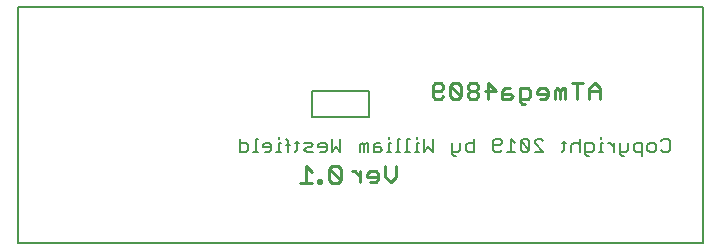
<source format=gbo>
G75*
%MOIN*%
%OFA0B0*%
%FSLAX25Y25*%
%IPPOS*%
%LPD*%
%AMOC8*
5,1,8,0,0,1.08239X$1,22.5*
%
%ADD10C,0.00787*%
%ADD11C,0.00800*%
%ADD12C,0.01000*%
%ADD13C,0.01100*%
D10*
X0057156Y0011556D02*
X0057156Y0090306D01*
X0285281Y0090306D01*
X0285281Y0011556D01*
X0057156Y0011556D01*
D11*
X0131034Y0041956D02*
X0133136Y0041956D01*
X0133837Y0042657D01*
X0133837Y0044058D01*
X0133136Y0044758D01*
X0131034Y0044758D01*
X0131034Y0046160D02*
X0131034Y0041956D01*
X0135505Y0041956D02*
X0136906Y0041956D01*
X0136206Y0041956D02*
X0136206Y0046160D01*
X0136906Y0046160D01*
X0138708Y0044058D02*
X0139408Y0044758D01*
X0140809Y0044758D01*
X0141510Y0044058D01*
X0141510Y0042657D01*
X0140809Y0041956D01*
X0139408Y0041956D01*
X0138708Y0043357D02*
X0141510Y0043357D01*
X0143178Y0041956D02*
X0144579Y0041956D01*
X0143879Y0041956D02*
X0143879Y0044758D01*
X0144579Y0044758D01*
X0143879Y0046160D02*
X0143879Y0046860D01*
X0146247Y0046160D02*
X0146948Y0045459D01*
X0146948Y0041956D01*
X0149317Y0041956D02*
X0150017Y0042657D01*
X0150017Y0045459D01*
X0149317Y0044758D02*
X0150718Y0044758D01*
X0152519Y0044758D02*
X0154621Y0044758D01*
X0155322Y0044058D01*
X0154621Y0043357D01*
X0153220Y0043357D01*
X0152519Y0042657D01*
X0153220Y0041956D01*
X0155322Y0041956D01*
X0157123Y0043357D02*
X0159926Y0043357D01*
X0159926Y0042657D02*
X0159926Y0044058D01*
X0159225Y0044758D01*
X0157824Y0044758D01*
X0157123Y0044058D01*
X0157123Y0043357D01*
X0157824Y0041956D02*
X0159225Y0041956D01*
X0159926Y0042657D01*
X0161727Y0041956D02*
X0161727Y0046160D01*
X0164530Y0046160D02*
X0164530Y0041956D01*
X0163128Y0043357D01*
X0161727Y0041956D01*
X0170935Y0041956D02*
X0170935Y0044058D01*
X0171636Y0044758D01*
X0172336Y0044058D01*
X0172336Y0041956D01*
X0173737Y0041956D02*
X0173737Y0044758D01*
X0173037Y0044758D01*
X0172336Y0044058D01*
X0175539Y0044058D02*
X0175539Y0041956D01*
X0177641Y0041956D01*
X0178341Y0042657D01*
X0177641Y0043357D01*
X0175539Y0043357D01*
X0175539Y0044058D02*
X0176240Y0044758D01*
X0177641Y0044758D01*
X0180710Y0044758D02*
X0180710Y0041956D01*
X0180010Y0041956D02*
X0181411Y0041956D01*
X0183079Y0041956D02*
X0184480Y0041956D01*
X0183779Y0041956D02*
X0183779Y0046160D01*
X0184480Y0046160D01*
X0186849Y0046160D02*
X0186849Y0041956D01*
X0187549Y0041956D02*
X0186148Y0041956D01*
X0189217Y0041956D02*
X0190619Y0041956D01*
X0189918Y0041956D02*
X0189918Y0044758D01*
X0190619Y0044758D01*
X0189918Y0046160D02*
X0189918Y0046860D01*
X0187549Y0046160D02*
X0186849Y0046160D01*
X0192420Y0046160D02*
X0192420Y0041956D01*
X0193821Y0043357D01*
X0195222Y0041956D01*
X0195222Y0046160D01*
X0201628Y0044758D02*
X0201628Y0041256D01*
X0202329Y0040555D01*
X0203029Y0040555D01*
X0203730Y0041956D02*
X0201628Y0041956D01*
X0203730Y0041956D02*
X0204430Y0042657D01*
X0204430Y0044758D01*
X0206232Y0044058D02*
X0206932Y0044758D01*
X0209034Y0044758D01*
X0209034Y0046160D02*
X0209034Y0041956D01*
X0206932Y0041956D01*
X0206232Y0042657D01*
X0206232Y0044058D01*
X0215440Y0044058D02*
X0217541Y0044058D01*
X0218242Y0044758D01*
X0218242Y0045459D01*
X0217541Y0046160D01*
X0216140Y0046160D01*
X0215440Y0045459D01*
X0215440Y0042657D01*
X0216140Y0041956D01*
X0217541Y0041956D01*
X0218242Y0042657D01*
X0220044Y0041956D02*
X0222846Y0041956D01*
X0221445Y0041956D02*
X0221445Y0046160D01*
X0222846Y0044758D01*
X0224648Y0045459D02*
X0227450Y0042657D01*
X0226749Y0041956D01*
X0225348Y0041956D01*
X0224648Y0042657D01*
X0224648Y0045459D01*
X0225348Y0046160D01*
X0226749Y0046160D01*
X0227450Y0045459D01*
X0227450Y0042657D01*
X0229251Y0041956D02*
X0232054Y0041956D01*
X0229251Y0044758D01*
X0229251Y0045459D01*
X0229952Y0046160D01*
X0231353Y0046160D01*
X0232054Y0045459D01*
X0238326Y0044758D02*
X0239727Y0044758D01*
X0239026Y0045459D02*
X0239026Y0042657D01*
X0238326Y0041956D01*
X0241529Y0041956D02*
X0241529Y0044058D01*
X0242229Y0044758D01*
X0243630Y0044758D01*
X0244331Y0044058D01*
X0246133Y0044758D02*
X0248234Y0044758D01*
X0248935Y0044058D01*
X0248935Y0042657D01*
X0248234Y0041956D01*
X0246133Y0041956D01*
X0246133Y0041256D02*
X0246133Y0044758D01*
X0244331Y0046160D02*
X0244331Y0041956D01*
X0246133Y0041256D02*
X0246833Y0040555D01*
X0247534Y0040555D01*
X0250603Y0041956D02*
X0252004Y0041956D01*
X0251304Y0041956D02*
X0251304Y0044758D01*
X0252004Y0044758D01*
X0251304Y0046160D02*
X0251304Y0046860D01*
X0253739Y0044758D02*
X0254440Y0044758D01*
X0255841Y0043357D01*
X0255841Y0041956D02*
X0255841Y0044758D01*
X0257642Y0044758D02*
X0257642Y0041256D01*
X0258343Y0040555D01*
X0259044Y0040555D01*
X0259744Y0041956D02*
X0257642Y0041956D01*
X0259744Y0041956D02*
X0260445Y0042657D01*
X0260445Y0044758D01*
X0262246Y0044058D02*
X0262246Y0042657D01*
X0262947Y0041956D01*
X0265049Y0041956D01*
X0265049Y0040555D02*
X0265049Y0044758D01*
X0262947Y0044758D01*
X0262246Y0044058D01*
X0266850Y0044058D02*
X0266850Y0042657D01*
X0267551Y0041956D01*
X0268952Y0041956D01*
X0269653Y0042657D01*
X0269653Y0044058D01*
X0268952Y0044758D01*
X0267551Y0044758D01*
X0266850Y0044058D01*
X0271454Y0045459D02*
X0272155Y0046160D01*
X0273556Y0046160D01*
X0274256Y0045459D01*
X0274256Y0042657D01*
X0273556Y0041956D01*
X0272155Y0041956D01*
X0271454Y0042657D01*
X0181411Y0044758D02*
X0180710Y0044758D01*
X0180710Y0046160D02*
X0180710Y0046860D01*
X0174116Y0053520D02*
X0174116Y0062092D01*
X0155196Y0062092D01*
X0155196Y0053520D01*
X0174116Y0053520D01*
X0147649Y0044058D02*
X0146247Y0044058D01*
X0138708Y0044058D02*
X0138708Y0043357D01*
D12*
X0195294Y0060440D02*
X0195294Y0063976D01*
X0196178Y0064860D01*
X0197946Y0064860D01*
X0198830Y0063976D01*
X0198830Y0063092D01*
X0197946Y0062208D01*
X0195294Y0062208D01*
X0195294Y0060440D02*
X0196178Y0059556D01*
X0197946Y0059556D01*
X0198830Y0060440D01*
X0201094Y0060440D02*
X0201978Y0059556D01*
X0203746Y0059556D01*
X0204630Y0060440D01*
X0201094Y0063976D01*
X0201094Y0060440D01*
X0204630Y0060440D02*
X0204630Y0063976D01*
X0203746Y0064860D01*
X0201978Y0064860D01*
X0201094Y0063976D01*
X0206894Y0063976D02*
X0206894Y0063092D01*
X0207778Y0062208D01*
X0209546Y0062208D01*
X0210430Y0063092D01*
X0210430Y0063976D01*
X0209546Y0064860D01*
X0207778Y0064860D01*
X0206894Y0063976D01*
X0207778Y0062208D02*
X0206894Y0061324D01*
X0206894Y0060440D01*
X0207778Y0059556D01*
X0209546Y0059556D01*
X0210430Y0060440D01*
X0210430Y0061324D01*
X0209546Y0062208D01*
X0212694Y0062208D02*
X0216230Y0062208D01*
X0213578Y0064860D01*
X0213578Y0059556D01*
X0218495Y0059556D02*
X0218495Y0062208D01*
X0219379Y0063092D01*
X0221146Y0063092D01*
X0224295Y0063092D02*
X0226947Y0063092D01*
X0227831Y0062208D01*
X0227831Y0060440D01*
X0226947Y0059556D01*
X0224295Y0059556D01*
X0224295Y0058672D02*
X0224295Y0063092D01*
X0222030Y0060440D02*
X0221146Y0061324D01*
X0218495Y0061324D01*
X0218495Y0059556D02*
X0221146Y0059556D01*
X0222030Y0060440D01*
X0224295Y0058672D02*
X0225179Y0057788D01*
X0226063Y0057788D01*
X0230979Y0059556D02*
X0232747Y0059556D01*
X0233631Y0060440D01*
X0233631Y0062208D01*
X0232747Y0063092D01*
X0230979Y0063092D01*
X0230095Y0062208D01*
X0230095Y0061324D01*
X0233631Y0061324D01*
X0235895Y0062208D02*
X0235895Y0059556D01*
X0237663Y0059556D02*
X0237663Y0062208D01*
X0236779Y0063092D01*
X0235895Y0062208D01*
X0237663Y0062208D02*
X0238547Y0063092D01*
X0239431Y0063092D01*
X0239431Y0059556D01*
X0243463Y0059556D02*
X0243463Y0064860D01*
X0245231Y0064860D02*
X0241695Y0064860D01*
X0247496Y0063092D02*
X0247496Y0059556D01*
X0251031Y0059556D02*
X0251031Y0063092D01*
X0249264Y0064860D01*
X0247496Y0063092D01*
X0247496Y0062208D02*
X0251031Y0062208D01*
D13*
X0183200Y0037261D02*
X0183200Y0033591D01*
X0181365Y0031756D01*
X0179530Y0033591D01*
X0179530Y0037261D01*
X0177123Y0034508D02*
X0176206Y0035426D01*
X0174371Y0035426D01*
X0173453Y0034508D01*
X0173453Y0033591D01*
X0177123Y0033591D01*
X0177123Y0032674D02*
X0177123Y0034508D01*
X0177123Y0032674D02*
X0176206Y0031756D01*
X0174371Y0031756D01*
X0171046Y0031756D02*
X0171046Y0035426D01*
X0171046Y0033591D02*
X0169211Y0035426D01*
X0168293Y0035426D01*
X0164595Y0036277D02*
X0163611Y0037261D01*
X0161643Y0037261D01*
X0160659Y0036277D01*
X0164595Y0032340D01*
X0163611Y0031356D01*
X0161643Y0031356D01*
X0160659Y0032340D01*
X0160659Y0036277D01*
X0164595Y0036277D02*
X0164595Y0032340D01*
X0158150Y0032340D02*
X0158150Y0031356D01*
X0157166Y0031356D01*
X0157166Y0032340D01*
X0158150Y0032340D01*
X0154927Y0031356D02*
X0150990Y0031356D01*
X0152959Y0031356D02*
X0152959Y0037261D01*
X0154927Y0035293D01*
M02*

</source>
